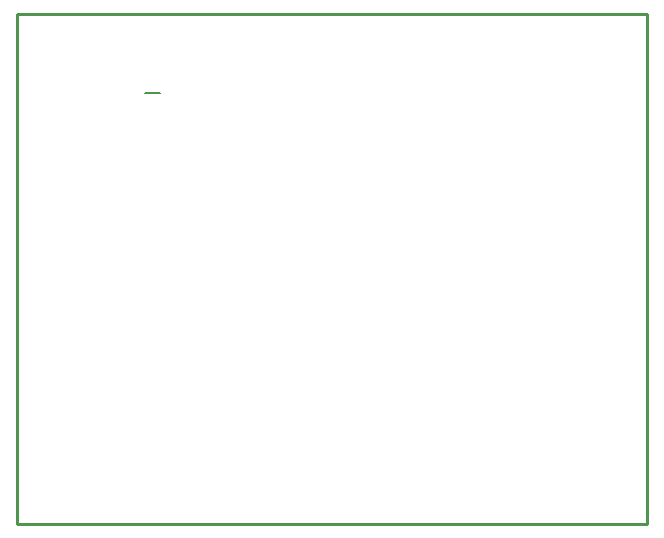
<source format=gbo>
G75*
%MOIN*%
%OFA0B0*%
%FSLAX25Y25*%
%IPPOS*%
%LPD*%
%AMOC8*
5,1,8,0,0,1.08239X$1,22.5*
%
%ADD10C,0.01000*%
%ADD11C,0.00800*%
D10*
X0001800Y0071500D02*
X0001800Y0241500D01*
X0211800Y0241500D01*
X0211800Y0071500D01*
X0001800Y0071500D01*
D11*
X0044300Y0215181D02*
X0049300Y0215181D01*
M02*

</source>
